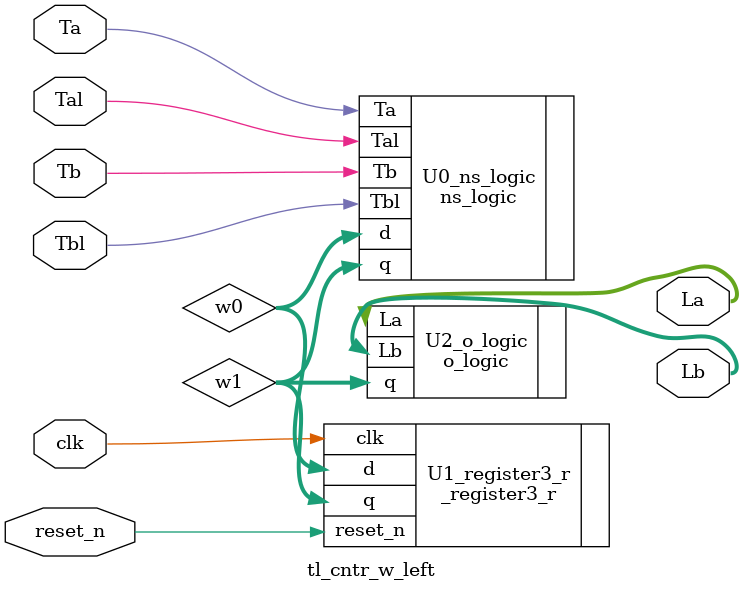
<source format=v>
module tl_cntr_w_left(clk,reset_n,Ta,Tb,Tal,Tbl,La,Lb);	// traffic light controller with left turn
input Ta,Tb,Tal,Tbl,clk,reset_n;	// input Ta, Tb, Tal(Ta left), Tbl(left), clock, reset
output [1:0] La,Lb; // output La, Lb	
	
wire [2:0] w0, w1;
	
ns_logic U0_ns_logic (.d(w0), .q(w1), .Ta(Ta), .Tal(Tal), .Tb(Tb), .Tbl(Tbl)); 	// instance ns_logic
_register3_r U1_register3_r (.clk(clk), .d(w0), .q(w1), .reset_n(reset_n)); 		// instance register
o_logic U2_o_logic (.q(w1), .La(La), .Lb(Lb));  	// instance o_logic


endmodule

</source>
